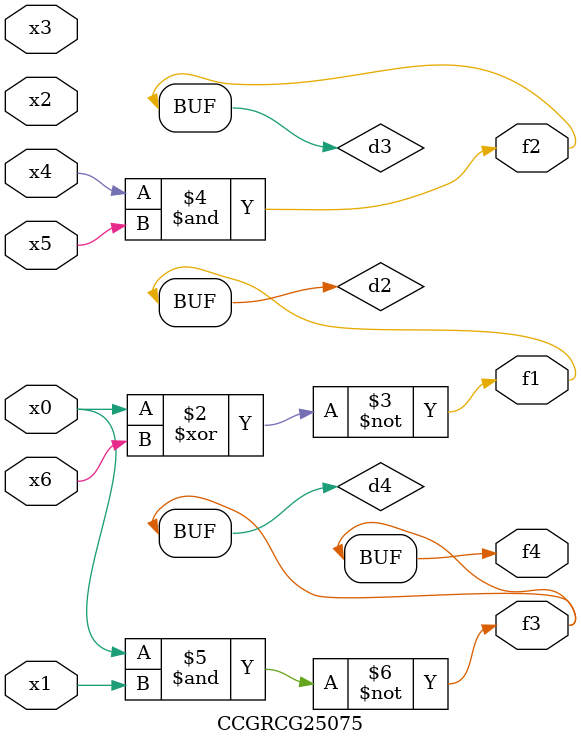
<source format=v>
module CCGRCG25075(
	input x0, x1, x2, x3, x4, x5, x6,
	output f1, f2, f3, f4
);

	wire d1, d2, d3, d4;

	nor (d1, x0);
	xnor (d2, x0, x6);
	and (d3, x4, x5);
	nand (d4, x0, x1);
	assign f1 = d2;
	assign f2 = d3;
	assign f3 = d4;
	assign f4 = d4;
endmodule

</source>
